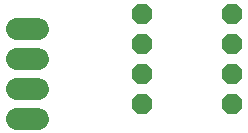
<source format=gbl>
G75*
%MOIN*%
%OFA0B0*%
%FSLAX24Y24*%
%IPPOS*%
%LPD*%
%AMOC8*
5,1,8,0,0,1.08239X$1,22.5*
%
%ADD10C,0.0720*%
%ADD11OC8,0.0680*%
D10*
X004940Y002100D02*
X005660Y002100D01*
X005660Y003100D02*
X004940Y003100D01*
X004940Y004100D02*
X005660Y004100D01*
X005660Y005100D02*
X004940Y005100D01*
D11*
X009100Y004600D03*
X009100Y003600D03*
X009100Y002600D03*
X012100Y002600D03*
X012100Y003600D03*
X012100Y004600D03*
X012100Y005600D03*
X009100Y005600D03*
M02*

</source>
